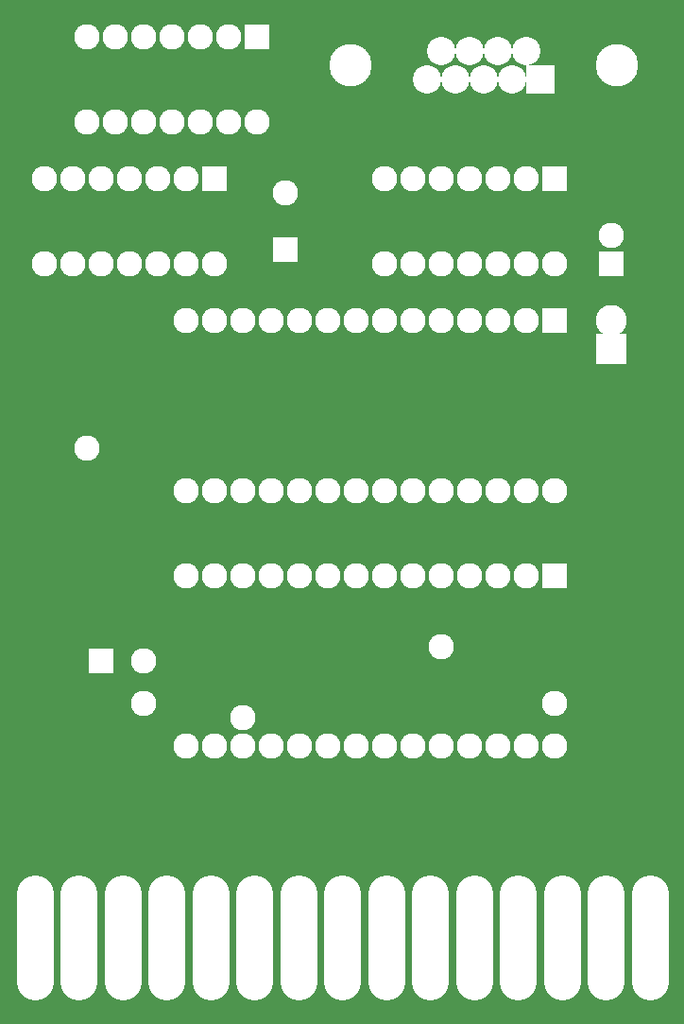
<source format=gbs>
G04 Title: (unknown), solder mask solder side *
G04 Creator: pcb 1.7.1.ALPHA *
G04 CreationDate: Thu Aug 22 10:44:03 2002 UTC *
G04 For: sgust *
G04 Format: Gerber/RS-274X *
G04 PCB-Dimensions: 2700 4200 *
G04 PCB-Coordinate-Origin: lower left *
%FSLAX23Y23*%
%MOIN*%
%IPNEG*%
%LPD*%
%ADD11C,0.010*%
%ADD12C,0.020*%
%ADD13C,0.100*%
%ADD14C,0.040*%
%ADD15R,0.060X0.060*%
%ADD16R,0.110X0.110*%
%ADD17C,0.060*%
%ADD18C,0.110*%
%ADD19C,0.008*%
%ADD20R,0.090X0.090*%
%ADD21C,0.090*%
%ADD22C,0.250*%
%ADD23C,0.150*%
%ADD24R,0.070X0.070*%
%ADD25R,0.100X0.100*%
%ADD26C,0.070*%
%ADD27C,0.130*%
%ADD28C,0.030*%
%ADD29C,0.012*%
%ADD30C,0.016*%
G01X0Y0D02*
G54D27*X215Y480D02*Y170D01*
X370Y480D02*Y170D01*
X525Y480D02*Y170D01*
X680Y480D02*Y170D01*
X835Y480D02*Y170D01*
X990Y480D02*Y170D01*
X1145Y480D02*Y170D01*
X1300Y480D02*Y170D01*
X1455Y480D02*Y170D01*
X1610Y480D02*Y170D01*
X1765Y480D02*Y170D01*
X1920Y480D02*Y170D01*
X2075Y480D02*Y170D01*
X2230Y480D02*Y170D01*
X2385Y480D02*Y170D01*
G54D16*X2250Y2400D03*
G54D18*Y2500D03*
G54D20*Y2700D03*
G54D21*Y2800D03*
G54D20*X1100Y2750D03*
G54D21*Y2950D03*
G54D20*X1000Y3500D03*
G54D21*X900D03*
X800D03*
X700D03*
X600D03*
X500D03*
X400D03*
Y3200D03*
X500D03*
X600D03*
X700D03*
X800D03*
X900D03*
X1000D03*
G54D20*X2050Y2500D03*
G54D21*X1950D03*
X1850D03*
X1750D03*
X1650D03*
X1550D03*
X1450D03*
X1350D03*
X1250D03*
X1150D03*
X1050D03*
X950D03*
X850D03*
X750D03*
Y1900D03*
X850D03*
X950D03*
X1050D03*
X1150D03*
X1250D03*
X1350D03*
X1450D03*
X1550D03*
X1650D03*
X1750D03*
X1850D03*
X1950D03*
X2050D03*
G54D20*Y3000D03*
G54D21*X1950D03*
X1850D03*
X1750D03*
X1650D03*
X1550D03*
X1450D03*
Y2700D03*
X1550D03*
X1650D03*
X1750D03*
X1850D03*
X1950D03*
X2050D03*
G54D20*X850Y3000D03*
G54D21*X750D03*
X650D03*
X550D03*
X450D03*
X350D03*
X250D03*
Y2700D03*
X350D03*
X450D03*
X550D03*
X650D03*
X750D03*
X850D03*
G54D20*X450Y1300D03*
G54D21*X600D03*
G54D20*X2050Y1600D03*
G54D21*X1950D03*
X1850D03*
X1750D03*
X1650D03*
X1550D03*
X1450D03*
X1350D03*
X1250D03*
X1150D03*
X1050D03*
X950D03*
X850D03*
X750D03*
Y1000D03*
X850D03*
X950D03*
X1050D03*
X1150D03*
X1250D03*
X1350D03*
X1450D03*
X1550D03*
X1650D03*
X1750D03*
X1850D03*
X1950D03*
X2050D03*
G54D23*X2270Y3400D03*
X1330D03*
G54D25*X2000Y3350D03*
G54D13*X1950Y3450D03*
X1900Y3350D03*
X1850Y3450D03*
X1800Y3350D03*
X1750Y3450D03*
X1700Y3350D03*
X1650Y3450D03*
X1600Y3350D03*
G54D21*X950Y1100D03*
X400Y2050D03*
X1650Y1350D03*
X600Y1150D03*
X2050D03*
D02*
M02*

</source>
